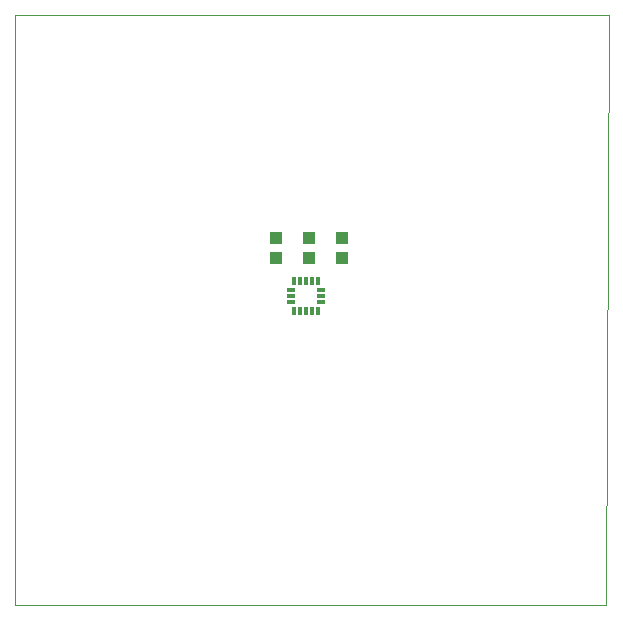
<source format=gtp>
G75*
%MOIN*%
%OFA0B0*%
%FSLAX24Y24*%
%IPPOS*%
%LPD*%
%AMOC8*
5,1,8,0,0,1.08239X$1,22.5*
%
%ADD10C,0.0000*%
%ADD11R,0.0315X0.0118*%
%ADD12R,0.0118X0.0315*%
%ADD13R,0.0394X0.0433*%
D10*
X000112Y000100D02*
X000100Y019777D01*
X019899Y019789D01*
X019797Y000100D01*
X000112Y000100D01*
D11*
X009310Y010203D03*
X009310Y010400D03*
X009310Y010597D03*
X010314Y010597D03*
X010314Y010400D03*
X010314Y010203D03*
D12*
X010206Y009898D03*
X010009Y009898D03*
X009812Y009898D03*
X009615Y009898D03*
X009418Y009898D03*
X009418Y010902D03*
X009615Y010902D03*
X009812Y010902D03*
X010009Y010902D03*
X010206Y010902D03*
D13*
X009912Y011665D03*
X009912Y012335D03*
X008812Y012335D03*
X008812Y011665D03*
X011012Y011665D03*
X011012Y012335D03*
M02*

</source>
